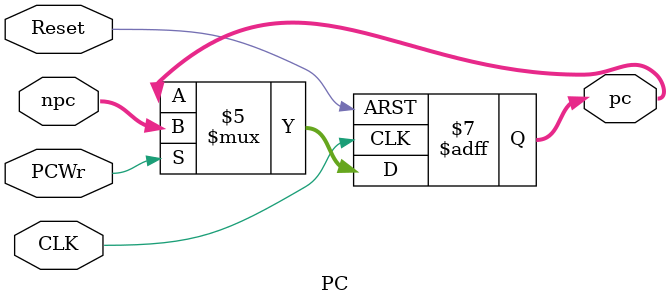
<source format=v>
`timescale 1ns / 1ps

//PC×ÜÊÇÖ¸ÏòÏÂÒ»Ìõ½«ÒªÖ´ÐÐµÄÖ¸ÁîµØÖ·£¬¼´½«ÒªÖ´ÐÐµÄÖ¸Áî´úÂë
module PC(npc,PCWr,CLK,Reset,pc);//³ÌÐò¼ÆÊýÆ÷
         input [31:0] npc; //ÏÂÒ»ÌõÖ¸ÁîµÄµØÖ·
         input PCWr; //PCÐ´Ê¹ÄÜ£¬¸ßµçÆ½ÓÐÐ§  
         input CLK,Reset; 
         output reg [31:0] pc;  //µ±Ç°Ö¸ÁîµÄµØÖ·     
    always @(posedge CLK or posedge Reset)  //Ê±ÖÓÉÏÉýÑØ´¥·¢£¬Reset¸ßµçÆ½µØÖ·ÇåÁã
       begin 
          if(Reset==1) pc<=32'b0;//¸ßµçÆ½£¬µØÖ·ÇåÁã£¬Ö¸ÏòµÚÒ»ÌõÖ¸ÁîµØÖ·£¬32Î»¶þ½øÖÆ0
          else  
          begin 
          if(PCWr==0) pc<=pc;//µ±Ç°µØÖ·
          else pc<=npc;//Ö¸ÏòÏÂÒ»ÌõÖ¸ÁîµØÖ·
          end
    end   
endmodule

</source>
